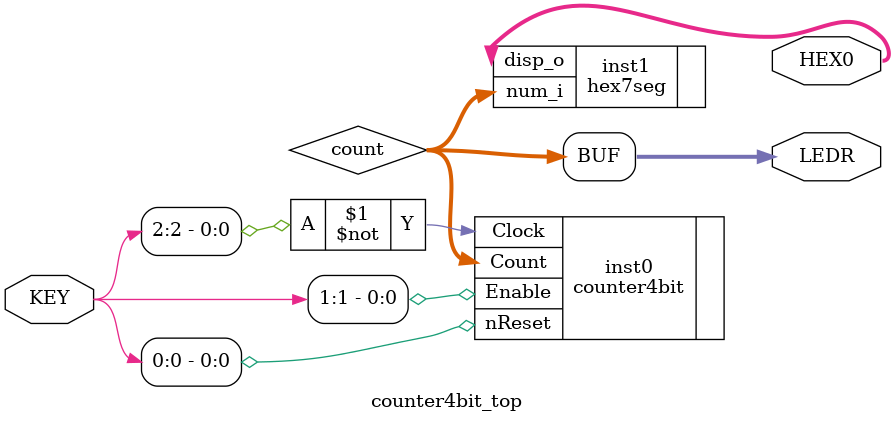
<source format=v>

module counter4bit_top (
  input  [2:0] KEY,      // ~Clock, Enable, nReset
  output [3:0] LEDR,     // discrete red LEDs for output
  output [6:0] HEX0 );   // 7-segment display for output

  wire [3:0] count;      // to connect rippleCounter to hex7seg

  counter4bit inst0 (
    .Clock  (~KEY[2]),   // key press makes a positive edge on Clock
    .nReset (KEY[0]),    // key press resets
    .Enable (KEY[1]),    // key press disables
    .Count  (count) );

  assign LEDR = count;   // count out to 4 red LEDs

  hex7seg inst1 (        // count out to 7-segment display
    .num_i  (count),
    .disp_o (HEX0) );

endmodule

</source>
